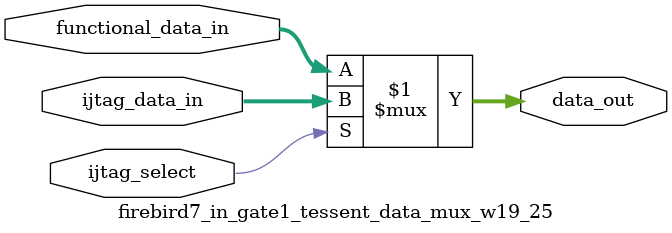
<source format=sv>

module firebird7_in_gate1_tessent_data_mux_w19_25 (
  input wire ijtag_select,
  input wire [18:0]  functional_data_in,
  input wire [18:0]  ijtag_data_in,
  output wire [18:0] data_out
);
assign data_out = (ijtag_select) ? ijtag_data_in : functional_data_in;
endmodule

</source>
